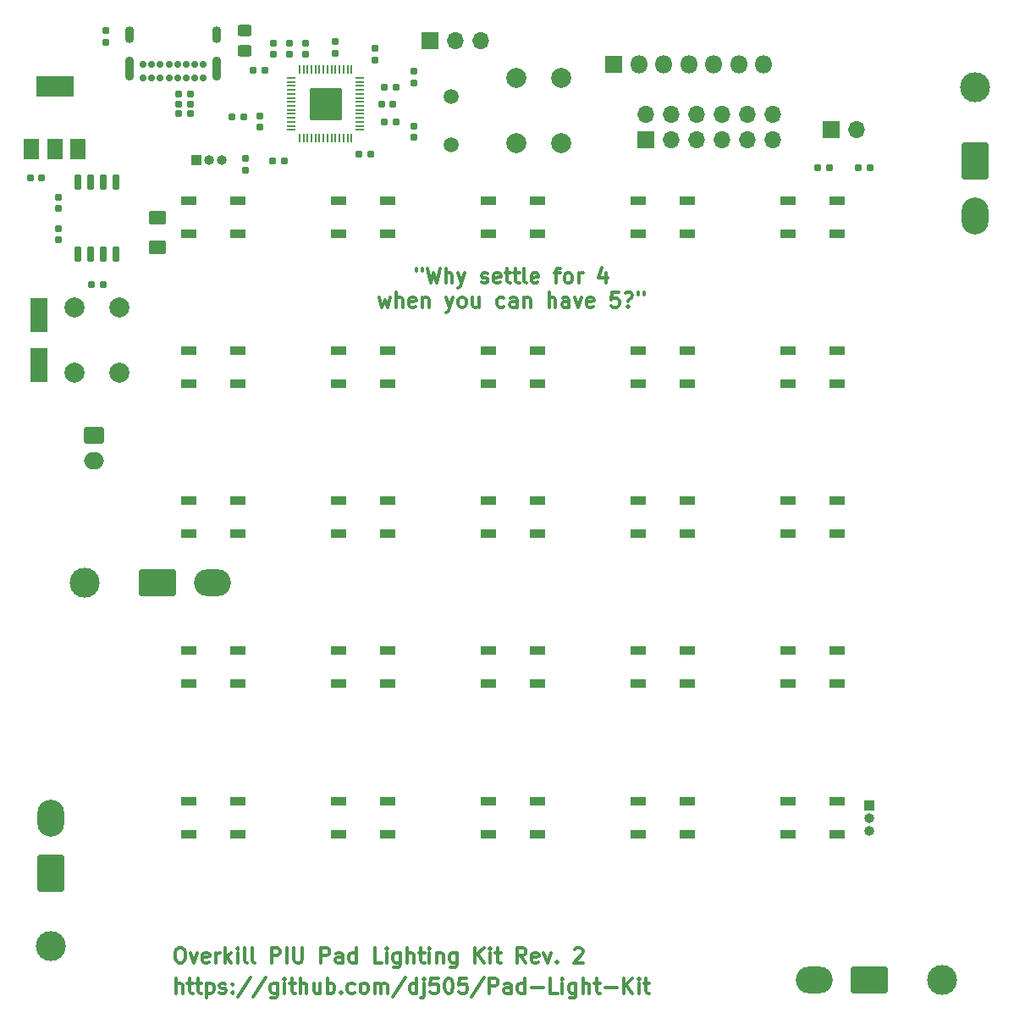
<source format=gts>
%TF.GenerationSoftware,KiCad,Pcbnew,(6.0.8)*%
%TF.CreationDate,2023-02-08T18:52:21-07:00*%
%TF.ProjectId,Panel,50616e65-6c2e-46b6-9963-61645f706362,rev?*%
%TF.SameCoordinates,Original*%
%TF.FileFunction,Soldermask,Top*%
%TF.FilePolarity,Negative*%
%FSLAX46Y46*%
G04 Gerber Fmt 4.6, Leading zero omitted, Abs format (unit mm)*
G04 Created by KiCad (PCBNEW (6.0.8)) date 2023-02-08 18:52:21*
%MOMM*%
%LPD*%
G01*
G04 APERTURE LIST*
G04 Aperture macros list*
%AMRoundRect*
0 Rectangle with rounded corners*
0 $1 Rounding radius*
0 $2 $3 $4 $5 $6 $7 $8 $9 X,Y pos of 4 corners*
0 Add a 4 corners polygon primitive as box body*
4,1,4,$2,$3,$4,$5,$6,$7,$8,$9,$2,$3,0*
0 Add four circle primitives for the rounded corners*
1,1,$1+$1,$2,$3*
1,1,$1+$1,$4,$5*
1,1,$1+$1,$6,$7*
1,1,$1+$1,$8,$9*
0 Add four rect primitives between the rounded corners*
20,1,$1+$1,$2,$3,$4,$5,0*
20,1,$1+$1,$4,$5,$6,$7,0*
20,1,$1+$1,$6,$7,$8,$9,0*
20,1,$1+$1,$8,$9,$2,$3,0*%
G04 Aperture macros list end*
%ADD10C,0.300000*%
%ADD11RoundRect,0.155000X-0.155000X0.212500X-0.155000X-0.212500X0.155000X-0.212500X0.155000X0.212500X0*%
%ADD12RoundRect,0.250001X-0.624999X0.462499X-0.624999X-0.462499X0.624999X-0.462499X0.624999X0.462499X0*%
%ADD13RoundRect,0.250000X0.450000X-0.325000X0.450000X0.325000X-0.450000X0.325000X-0.450000X-0.325000X0*%
%ADD14R,1.800000X3.500000*%
%ADD15R,1.500000X2.000000*%
%ADD16R,3.800000X2.000000*%
%ADD17O,1.700000X1.700000*%
%ADD18R,1.700000X1.700000*%
%ADD19R,1.500000X0.900000*%
%ADD20RoundRect,0.150000X0.150000X-0.650000X0.150000X0.650000X-0.150000X0.650000X-0.150000X-0.650000X0*%
%ADD21RoundRect,0.160000X0.197500X0.160000X-0.197500X0.160000X-0.197500X-0.160000X0.197500X-0.160000X0*%
%ADD22O,0.900000X2.400000*%
%ADD23O,0.900000X1.700000*%
%ADD24C,0.700000*%
%ADD25RoundRect,0.160000X-0.160000X0.197500X-0.160000X-0.197500X0.160000X-0.197500X0.160000X0.197500X0*%
%ADD26C,2.000000*%
%ADD27O,2.700000X3.700000*%
%ADD28RoundRect,0.250001X1.099999X1.599999X-1.099999X1.599999X-1.099999X-1.599999X1.099999X-1.599999X0*%
%ADD29C,3.000000*%
%ADD30RoundRect,0.155000X0.155000X-0.212500X0.155000X0.212500X-0.155000X0.212500X-0.155000X-0.212500X0*%
%ADD31RoundRect,0.155000X0.212500X0.155000X-0.212500X0.155000X-0.212500X-0.155000X0.212500X-0.155000X0*%
%ADD32RoundRect,0.155000X-0.212500X-0.155000X0.212500X-0.155000X0.212500X0.155000X-0.212500X0.155000X0*%
%ADD33RoundRect,0.160000X0.160000X-0.197500X0.160000X0.197500X-0.160000X0.197500X-0.160000X-0.197500X0*%
%ADD34O,1.800000X1.800000*%
%ADD35R,1.800000X1.800000*%
%ADD36RoundRect,0.144000X1.456000X-1.456000X1.456000X1.456000X-1.456000X1.456000X-1.456000X-1.456000X0*%
%ADD37RoundRect,0.050000X0.387500X-0.050000X0.387500X0.050000X-0.387500X0.050000X-0.387500X-0.050000X0*%
%ADD38RoundRect,0.050000X0.050000X-0.387500X0.050000X0.387500X-0.050000X0.387500X-0.050000X-0.387500X0*%
%ADD39C,1.500000*%
%ADD40O,1.000000X1.000000*%
%ADD41R,1.000000X1.000000*%
%ADD42O,3.700000X2.700000*%
%ADD43RoundRect,0.250001X1.599999X-1.099999X1.599999X1.099999X-1.599999X1.099999X-1.599999X-1.099999X0*%
%ADD44RoundRect,0.250001X-1.099999X-1.599999X1.099999X-1.599999X1.099999X1.599999X-1.099999X1.599999X0*%
%ADD45RoundRect,0.250001X-1.599999X1.099999X-1.599999X-1.099999X1.599999X-1.099999X1.599999X1.099999X0*%
%ADD46O,2.000000X1.700000*%
%ADD47RoundRect,0.250000X-0.750000X0.600000X-0.750000X-0.600000X0.750000X-0.600000X0.750000X0.600000X0*%
%ADD48RoundRect,0.160000X-0.197500X-0.160000X0.197500X-0.160000X0.197500X0.160000X-0.197500X0.160000X0*%
G04 APERTURE END LIST*
D10*
X96294149Y-147558012D02*
X96294149Y-146058012D01*
X96937007Y-147558012D02*
X96937007Y-146772298D01*
X96865578Y-146629441D01*
X96722721Y-146558012D01*
X96508435Y-146558012D01*
X96365578Y-146629441D01*
X96294149Y-146700869D01*
X97437007Y-146558012D02*
X98008435Y-146558012D01*
X97651292Y-146058012D02*
X97651292Y-147343726D01*
X97722721Y-147486583D01*
X97865578Y-147558012D01*
X98008435Y-147558012D01*
X98294149Y-146558012D02*
X98865578Y-146558012D01*
X98508435Y-146058012D02*
X98508435Y-147343726D01*
X98579864Y-147486583D01*
X98722721Y-147558012D01*
X98865578Y-147558012D01*
X99365578Y-146558012D02*
X99365578Y-148058012D01*
X99365578Y-146629441D02*
X99508435Y-146558012D01*
X99794149Y-146558012D01*
X99937007Y-146629441D01*
X100008435Y-146700869D01*
X100079864Y-146843726D01*
X100079864Y-147272298D01*
X100008435Y-147415155D01*
X99937007Y-147486583D01*
X99794149Y-147558012D01*
X99508435Y-147558012D01*
X99365578Y-147486583D01*
X100651292Y-147486583D02*
X100794149Y-147558012D01*
X101079864Y-147558012D01*
X101222721Y-147486583D01*
X101294149Y-147343726D01*
X101294149Y-147272298D01*
X101222721Y-147129441D01*
X101079864Y-147058012D01*
X100865578Y-147058012D01*
X100722721Y-146986583D01*
X100651292Y-146843726D01*
X100651292Y-146772298D01*
X100722721Y-146629441D01*
X100865578Y-146558012D01*
X101079864Y-146558012D01*
X101222721Y-146629441D01*
X101937007Y-147415155D02*
X102008435Y-147486583D01*
X101937007Y-147558012D01*
X101865578Y-147486583D01*
X101937007Y-147415155D01*
X101937007Y-147558012D01*
X101937007Y-146629441D02*
X102008435Y-146700869D01*
X101937007Y-146772298D01*
X101865578Y-146700869D01*
X101937007Y-146629441D01*
X101937007Y-146772298D01*
X103722721Y-145986583D02*
X102437007Y-147915155D01*
X105294149Y-145986583D02*
X104008435Y-147915155D01*
X106437007Y-146558012D02*
X106437007Y-147772298D01*
X106365578Y-147915155D01*
X106294149Y-147986583D01*
X106151292Y-148058012D01*
X105937007Y-148058012D01*
X105794149Y-147986583D01*
X106437007Y-147486583D02*
X106294149Y-147558012D01*
X106008435Y-147558012D01*
X105865578Y-147486583D01*
X105794149Y-147415155D01*
X105722721Y-147272298D01*
X105722721Y-146843726D01*
X105794149Y-146700869D01*
X105865578Y-146629441D01*
X106008435Y-146558012D01*
X106294149Y-146558012D01*
X106437007Y-146629441D01*
X107151292Y-147558012D02*
X107151292Y-146558012D01*
X107151292Y-146058012D02*
X107079864Y-146129441D01*
X107151292Y-146200869D01*
X107222721Y-146129441D01*
X107151292Y-146058012D01*
X107151292Y-146200869D01*
X107651292Y-146558012D02*
X108222721Y-146558012D01*
X107865578Y-146058012D02*
X107865578Y-147343726D01*
X107937007Y-147486583D01*
X108079864Y-147558012D01*
X108222721Y-147558012D01*
X108722721Y-147558012D02*
X108722721Y-146058012D01*
X109365578Y-147558012D02*
X109365578Y-146772298D01*
X109294149Y-146629441D01*
X109151292Y-146558012D01*
X108937007Y-146558012D01*
X108794149Y-146629441D01*
X108722721Y-146700869D01*
X110722721Y-146558012D02*
X110722721Y-147558012D01*
X110079864Y-146558012D02*
X110079864Y-147343726D01*
X110151292Y-147486583D01*
X110294149Y-147558012D01*
X110508435Y-147558012D01*
X110651292Y-147486583D01*
X110722721Y-147415155D01*
X111437007Y-147558012D02*
X111437007Y-146058012D01*
X111437007Y-146629441D02*
X111579864Y-146558012D01*
X111865578Y-146558012D01*
X112008435Y-146629441D01*
X112079864Y-146700869D01*
X112151292Y-146843726D01*
X112151292Y-147272298D01*
X112079864Y-147415155D01*
X112008435Y-147486583D01*
X111865578Y-147558012D01*
X111579864Y-147558012D01*
X111437007Y-147486583D01*
X112794149Y-147415155D02*
X112865578Y-147486583D01*
X112794149Y-147558012D01*
X112722721Y-147486583D01*
X112794149Y-147415155D01*
X112794149Y-147558012D01*
X114151292Y-147486583D02*
X114008435Y-147558012D01*
X113722721Y-147558012D01*
X113579864Y-147486583D01*
X113508435Y-147415155D01*
X113437007Y-147272298D01*
X113437007Y-146843726D01*
X113508435Y-146700869D01*
X113579864Y-146629441D01*
X113722721Y-146558012D01*
X114008435Y-146558012D01*
X114151292Y-146629441D01*
X115008435Y-147558012D02*
X114865578Y-147486583D01*
X114794149Y-147415155D01*
X114722721Y-147272298D01*
X114722721Y-146843726D01*
X114794149Y-146700869D01*
X114865578Y-146629441D01*
X115008435Y-146558012D01*
X115222721Y-146558012D01*
X115365578Y-146629441D01*
X115437007Y-146700869D01*
X115508435Y-146843726D01*
X115508435Y-147272298D01*
X115437007Y-147415155D01*
X115365578Y-147486583D01*
X115222721Y-147558012D01*
X115008435Y-147558012D01*
X116151292Y-147558012D02*
X116151292Y-146558012D01*
X116151292Y-146700869D02*
X116222721Y-146629441D01*
X116365578Y-146558012D01*
X116579864Y-146558012D01*
X116722721Y-146629441D01*
X116794149Y-146772298D01*
X116794149Y-147558012D01*
X116794149Y-146772298D02*
X116865578Y-146629441D01*
X117008435Y-146558012D01*
X117222721Y-146558012D01*
X117365578Y-146629441D01*
X117437007Y-146772298D01*
X117437007Y-147558012D01*
X119222721Y-145986583D02*
X117937007Y-147915155D01*
X120365578Y-147558012D02*
X120365578Y-146058012D01*
X120365578Y-147486583D02*
X120222721Y-147558012D01*
X119937007Y-147558012D01*
X119794149Y-147486583D01*
X119722721Y-147415155D01*
X119651292Y-147272298D01*
X119651292Y-146843726D01*
X119722721Y-146700869D01*
X119794149Y-146629441D01*
X119937007Y-146558012D01*
X120222721Y-146558012D01*
X120365578Y-146629441D01*
X121079864Y-146558012D02*
X121079864Y-147843726D01*
X121008435Y-147986583D01*
X120865578Y-148058012D01*
X120794149Y-148058012D01*
X121079864Y-146058012D02*
X121008435Y-146129441D01*
X121079864Y-146200869D01*
X121151292Y-146129441D01*
X121079864Y-146058012D01*
X121079864Y-146200869D01*
X122508435Y-146058012D02*
X121794149Y-146058012D01*
X121722721Y-146772298D01*
X121794149Y-146700869D01*
X121937007Y-146629441D01*
X122294149Y-146629441D01*
X122437007Y-146700869D01*
X122508435Y-146772298D01*
X122579864Y-146915155D01*
X122579864Y-147272298D01*
X122508435Y-147415155D01*
X122437007Y-147486583D01*
X122294149Y-147558012D01*
X121937007Y-147558012D01*
X121794149Y-147486583D01*
X121722721Y-147415155D01*
X123508435Y-146058012D02*
X123651292Y-146058012D01*
X123794149Y-146129441D01*
X123865578Y-146200869D01*
X123937007Y-146343726D01*
X124008435Y-146629441D01*
X124008435Y-146986583D01*
X123937007Y-147272298D01*
X123865578Y-147415155D01*
X123794149Y-147486583D01*
X123651292Y-147558012D01*
X123508435Y-147558012D01*
X123365578Y-147486583D01*
X123294149Y-147415155D01*
X123222721Y-147272298D01*
X123151292Y-146986583D01*
X123151292Y-146629441D01*
X123222721Y-146343726D01*
X123294149Y-146200869D01*
X123365578Y-146129441D01*
X123508435Y-146058012D01*
X125365578Y-146058012D02*
X124651292Y-146058012D01*
X124579864Y-146772298D01*
X124651292Y-146700869D01*
X124794149Y-146629441D01*
X125151292Y-146629441D01*
X125294149Y-146700869D01*
X125365578Y-146772298D01*
X125437007Y-146915155D01*
X125437007Y-147272298D01*
X125365578Y-147415155D01*
X125294149Y-147486583D01*
X125151292Y-147558012D01*
X124794149Y-147558012D01*
X124651292Y-147486583D01*
X124579864Y-147415155D01*
X127151292Y-145986583D02*
X125865578Y-147915155D01*
X127651292Y-147558012D02*
X127651292Y-146058012D01*
X128222721Y-146058012D01*
X128365578Y-146129441D01*
X128437007Y-146200869D01*
X128508435Y-146343726D01*
X128508435Y-146558012D01*
X128437007Y-146700869D01*
X128365578Y-146772298D01*
X128222721Y-146843726D01*
X127651292Y-146843726D01*
X129794149Y-147558012D02*
X129794149Y-146772298D01*
X129722721Y-146629441D01*
X129579864Y-146558012D01*
X129294149Y-146558012D01*
X129151292Y-146629441D01*
X129794149Y-147486583D02*
X129651292Y-147558012D01*
X129294149Y-147558012D01*
X129151292Y-147486583D01*
X129079864Y-147343726D01*
X129079864Y-147200869D01*
X129151292Y-147058012D01*
X129294149Y-146986583D01*
X129651292Y-146986583D01*
X129794149Y-146915155D01*
X131151292Y-147558012D02*
X131151292Y-146058012D01*
X131151292Y-147486583D02*
X131008435Y-147558012D01*
X130722721Y-147558012D01*
X130579864Y-147486583D01*
X130508435Y-147415155D01*
X130437007Y-147272298D01*
X130437007Y-146843726D01*
X130508435Y-146700869D01*
X130579864Y-146629441D01*
X130722721Y-146558012D01*
X131008435Y-146558012D01*
X131151292Y-146629441D01*
X131865578Y-146986583D02*
X133008435Y-146986583D01*
X134437007Y-147558012D02*
X133722721Y-147558012D01*
X133722721Y-146058012D01*
X134937007Y-147558012D02*
X134937007Y-146558012D01*
X134937007Y-146058012D02*
X134865578Y-146129441D01*
X134937007Y-146200869D01*
X135008435Y-146129441D01*
X134937007Y-146058012D01*
X134937007Y-146200869D01*
X136294149Y-146558012D02*
X136294149Y-147772298D01*
X136222721Y-147915155D01*
X136151292Y-147986583D01*
X136008435Y-148058012D01*
X135794149Y-148058012D01*
X135651292Y-147986583D01*
X136294149Y-147486583D02*
X136151292Y-147558012D01*
X135865578Y-147558012D01*
X135722721Y-147486583D01*
X135651292Y-147415155D01*
X135579864Y-147272298D01*
X135579864Y-146843726D01*
X135651292Y-146700869D01*
X135722721Y-146629441D01*
X135865578Y-146558012D01*
X136151292Y-146558012D01*
X136294149Y-146629441D01*
X137008435Y-147558012D02*
X137008435Y-146058012D01*
X137651292Y-147558012D02*
X137651292Y-146772298D01*
X137579864Y-146629441D01*
X137437007Y-146558012D01*
X137222721Y-146558012D01*
X137079864Y-146629441D01*
X137008435Y-146700869D01*
X138151292Y-146558012D02*
X138722721Y-146558012D01*
X138365578Y-146058012D02*
X138365578Y-147343726D01*
X138437007Y-147486583D01*
X138579864Y-147558012D01*
X138722721Y-147558012D01*
X139222721Y-146986583D02*
X140365578Y-146986583D01*
X141079864Y-147558012D02*
X141079864Y-146058012D01*
X141937007Y-147558012D02*
X141294149Y-146700869D01*
X141937007Y-146058012D02*
X141079864Y-146915155D01*
X142579864Y-147558012D02*
X142579864Y-146558012D01*
X142579864Y-146058012D02*
X142508435Y-146129441D01*
X142579864Y-146200869D01*
X142651292Y-146129441D01*
X142579864Y-146058012D01*
X142579864Y-146200869D01*
X143079864Y-146558012D02*
X143651292Y-146558012D01*
X143294149Y-146058012D02*
X143294149Y-147343726D01*
X143365578Y-147486583D01*
X143508435Y-147558012D01*
X143651292Y-147558012D01*
X96579864Y-143010012D02*
X96865578Y-143010012D01*
X97008435Y-143081441D01*
X97151292Y-143224298D01*
X97222721Y-143510012D01*
X97222721Y-144010012D01*
X97151292Y-144295726D01*
X97008435Y-144438583D01*
X96865578Y-144510012D01*
X96579864Y-144510012D01*
X96437007Y-144438583D01*
X96294149Y-144295726D01*
X96222721Y-144010012D01*
X96222721Y-143510012D01*
X96294149Y-143224298D01*
X96437007Y-143081441D01*
X96579864Y-143010012D01*
X97722721Y-143510012D02*
X98079864Y-144510012D01*
X98437007Y-143510012D01*
X99579864Y-144438583D02*
X99437007Y-144510012D01*
X99151292Y-144510012D01*
X99008435Y-144438583D01*
X98937007Y-144295726D01*
X98937007Y-143724298D01*
X99008435Y-143581441D01*
X99151292Y-143510012D01*
X99437007Y-143510012D01*
X99579864Y-143581441D01*
X99651292Y-143724298D01*
X99651292Y-143867155D01*
X98937007Y-144010012D01*
X100294149Y-144510012D02*
X100294149Y-143510012D01*
X100294149Y-143795726D02*
X100365578Y-143652869D01*
X100437007Y-143581441D01*
X100579864Y-143510012D01*
X100722721Y-143510012D01*
X101222721Y-144510012D02*
X101222721Y-143010012D01*
X101365578Y-143938583D02*
X101794149Y-144510012D01*
X101794149Y-143510012D02*
X101222721Y-144081441D01*
X102437007Y-144510012D02*
X102437007Y-143510012D01*
X102437007Y-143010012D02*
X102365578Y-143081441D01*
X102437007Y-143152869D01*
X102508435Y-143081441D01*
X102437007Y-143010012D01*
X102437007Y-143152869D01*
X103365578Y-144510012D02*
X103222721Y-144438583D01*
X103151292Y-144295726D01*
X103151292Y-143010012D01*
X104151292Y-144510012D02*
X104008435Y-144438583D01*
X103937007Y-144295726D01*
X103937007Y-143010012D01*
X105865578Y-144510012D02*
X105865578Y-143010012D01*
X106437007Y-143010012D01*
X106579864Y-143081441D01*
X106651292Y-143152869D01*
X106722721Y-143295726D01*
X106722721Y-143510012D01*
X106651292Y-143652869D01*
X106579864Y-143724298D01*
X106437007Y-143795726D01*
X105865578Y-143795726D01*
X107365578Y-144510012D02*
X107365578Y-143010012D01*
X108079864Y-143010012D02*
X108079864Y-144224298D01*
X108151292Y-144367155D01*
X108222721Y-144438583D01*
X108365578Y-144510012D01*
X108651292Y-144510012D01*
X108794149Y-144438583D01*
X108865578Y-144367155D01*
X108937007Y-144224298D01*
X108937007Y-143010012D01*
X110794149Y-144510012D02*
X110794149Y-143010012D01*
X111365578Y-143010012D01*
X111508435Y-143081441D01*
X111579864Y-143152869D01*
X111651292Y-143295726D01*
X111651292Y-143510012D01*
X111579864Y-143652869D01*
X111508435Y-143724298D01*
X111365578Y-143795726D01*
X110794149Y-143795726D01*
X112937007Y-144510012D02*
X112937007Y-143724298D01*
X112865578Y-143581441D01*
X112722721Y-143510012D01*
X112437007Y-143510012D01*
X112294149Y-143581441D01*
X112937007Y-144438583D02*
X112794149Y-144510012D01*
X112437007Y-144510012D01*
X112294149Y-144438583D01*
X112222721Y-144295726D01*
X112222721Y-144152869D01*
X112294149Y-144010012D01*
X112437007Y-143938583D01*
X112794149Y-143938583D01*
X112937007Y-143867155D01*
X114294149Y-144510012D02*
X114294149Y-143010012D01*
X114294149Y-144438583D02*
X114151292Y-144510012D01*
X113865578Y-144510012D01*
X113722721Y-144438583D01*
X113651292Y-144367155D01*
X113579864Y-144224298D01*
X113579864Y-143795726D01*
X113651292Y-143652869D01*
X113722721Y-143581441D01*
X113865578Y-143510012D01*
X114151292Y-143510012D01*
X114294149Y-143581441D01*
X116865578Y-144510012D02*
X116151292Y-144510012D01*
X116151292Y-143010012D01*
X117365578Y-144510012D02*
X117365578Y-143510012D01*
X117365578Y-143010012D02*
X117294149Y-143081441D01*
X117365578Y-143152869D01*
X117437007Y-143081441D01*
X117365578Y-143010012D01*
X117365578Y-143152869D01*
X118722721Y-143510012D02*
X118722721Y-144724298D01*
X118651292Y-144867155D01*
X118579864Y-144938583D01*
X118437007Y-145010012D01*
X118222721Y-145010012D01*
X118079864Y-144938583D01*
X118722721Y-144438583D02*
X118579864Y-144510012D01*
X118294149Y-144510012D01*
X118151292Y-144438583D01*
X118079864Y-144367155D01*
X118008435Y-144224298D01*
X118008435Y-143795726D01*
X118079864Y-143652869D01*
X118151292Y-143581441D01*
X118294149Y-143510012D01*
X118579864Y-143510012D01*
X118722721Y-143581441D01*
X119437007Y-144510012D02*
X119437007Y-143010012D01*
X120079864Y-144510012D02*
X120079864Y-143724298D01*
X120008435Y-143581441D01*
X119865578Y-143510012D01*
X119651292Y-143510012D01*
X119508435Y-143581441D01*
X119437007Y-143652869D01*
X120579864Y-143510012D02*
X121151292Y-143510012D01*
X120794149Y-143010012D02*
X120794149Y-144295726D01*
X120865578Y-144438583D01*
X121008435Y-144510012D01*
X121151292Y-144510012D01*
X121651292Y-144510012D02*
X121651292Y-143510012D01*
X121651292Y-143010012D02*
X121579864Y-143081441D01*
X121651292Y-143152869D01*
X121722721Y-143081441D01*
X121651292Y-143010012D01*
X121651292Y-143152869D01*
X122365578Y-143510012D02*
X122365578Y-144510012D01*
X122365578Y-143652869D02*
X122437007Y-143581441D01*
X122579864Y-143510012D01*
X122794149Y-143510012D01*
X122937007Y-143581441D01*
X123008435Y-143724298D01*
X123008435Y-144510012D01*
X124365578Y-143510012D02*
X124365578Y-144724298D01*
X124294149Y-144867155D01*
X124222721Y-144938583D01*
X124079864Y-145010012D01*
X123865578Y-145010012D01*
X123722721Y-144938583D01*
X124365578Y-144438583D02*
X124222721Y-144510012D01*
X123937007Y-144510012D01*
X123794149Y-144438583D01*
X123722721Y-144367155D01*
X123651292Y-144224298D01*
X123651292Y-143795726D01*
X123722721Y-143652869D01*
X123794149Y-143581441D01*
X123937007Y-143510012D01*
X124222721Y-143510012D01*
X124365578Y-143581441D01*
X126222721Y-144510012D02*
X126222721Y-143010012D01*
X127079864Y-144510012D02*
X126437007Y-143652869D01*
X127079864Y-143010012D02*
X126222721Y-143867155D01*
X127722721Y-144510012D02*
X127722721Y-143510012D01*
X127722721Y-143010012D02*
X127651292Y-143081441D01*
X127722721Y-143152869D01*
X127794149Y-143081441D01*
X127722721Y-143010012D01*
X127722721Y-143152869D01*
X128222721Y-143510012D02*
X128794149Y-143510012D01*
X128437007Y-143010012D02*
X128437007Y-144295726D01*
X128508435Y-144438583D01*
X128651292Y-144510012D01*
X128794149Y-144510012D01*
X131294149Y-144510012D02*
X130794149Y-143795726D01*
X130437007Y-144510012D02*
X130437007Y-143010012D01*
X131008435Y-143010012D01*
X131151292Y-143081441D01*
X131222721Y-143152869D01*
X131294149Y-143295726D01*
X131294149Y-143510012D01*
X131222721Y-143652869D01*
X131151292Y-143724298D01*
X131008435Y-143795726D01*
X130437007Y-143795726D01*
X132508435Y-144438583D02*
X132365578Y-144510012D01*
X132079864Y-144510012D01*
X131937007Y-144438583D01*
X131865578Y-144295726D01*
X131865578Y-143724298D01*
X131937007Y-143581441D01*
X132079864Y-143510012D01*
X132365578Y-143510012D01*
X132508435Y-143581441D01*
X132579864Y-143724298D01*
X132579864Y-143867155D01*
X131865578Y-144010012D01*
X133079864Y-143510012D02*
X133437007Y-144510012D01*
X133794149Y-143510012D01*
X134365578Y-144367155D02*
X134437007Y-144438583D01*
X134365578Y-144510012D01*
X134294149Y-144438583D01*
X134365578Y-144367155D01*
X134365578Y-144510012D01*
X136151292Y-143152869D02*
X136222721Y-143081441D01*
X136365578Y-143010012D01*
X136722721Y-143010012D01*
X136865578Y-143081441D01*
X136937007Y-143152869D01*
X137008435Y-143295726D01*
X137008435Y-143438583D01*
X136937007Y-143652869D01*
X136079864Y-144510012D01*
X137008435Y-144510012D01*
X120343571Y-75085471D02*
X120343571Y-75371185D01*
X120915000Y-75085471D02*
X120915000Y-75371185D01*
X121415000Y-75085471D02*
X121772143Y-76585471D01*
X122057857Y-75514042D01*
X122343571Y-76585471D01*
X122700714Y-75085471D01*
X123272143Y-76585471D02*
X123272143Y-75085471D01*
X123915000Y-76585471D02*
X123915000Y-75799757D01*
X123843571Y-75656900D01*
X123700714Y-75585471D01*
X123486428Y-75585471D01*
X123343571Y-75656900D01*
X123272143Y-75728328D01*
X124486428Y-75585471D02*
X124843571Y-76585471D01*
X125200714Y-75585471D02*
X124843571Y-76585471D01*
X124700714Y-76942614D01*
X124629286Y-77014042D01*
X124486428Y-77085471D01*
X126843571Y-76514042D02*
X126986428Y-76585471D01*
X127272143Y-76585471D01*
X127415000Y-76514042D01*
X127486428Y-76371185D01*
X127486428Y-76299757D01*
X127415000Y-76156900D01*
X127272143Y-76085471D01*
X127057857Y-76085471D01*
X126915000Y-76014042D01*
X126843571Y-75871185D01*
X126843571Y-75799757D01*
X126915000Y-75656900D01*
X127057857Y-75585471D01*
X127272143Y-75585471D01*
X127415000Y-75656900D01*
X128700714Y-76514042D02*
X128557857Y-76585471D01*
X128272143Y-76585471D01*
X128129286Y-76514042D01*
X128057857Y-76371185D01*
X128057857Y-75799757D01*
X128129286Y-75656900D01*
X128272143Y-75585471D01*
X128557857Y-75585471D01*
X128700714Y-75656900D01*
X128772143Y-75799757D01*
X128772143Y-75942614D01*
X128057857Y-76085471D01*
X129200714Y-75585471D02*
X129772143Y-75585471D01*
X129415000Y-75085471D02*
X129415000Y-76371185D01*
X129486428Y-76514042D01*
X129629286Y-76585471D01*
X129772143Y-76585471D01*
X130057857Y-75585471D02*
X130629286Y-75585471D01*
X130272143Y-75085471D02*
X130272143Y-76371185D01*
X130343571Y-76514042D01*
X130486428Y-76585471D01*
X130629286Y-76585471D01*
X131343571Y-76585471D02*
X131200714Y-76514042D01*
X131129286Y-76371185D01*
X131129286Y-75085471D01*
X132486428Y-76514042D02*
X132343571Y-76585471D01*
X132057857Y-76585471D01*
X131915000Y-76514042D01*
X131843571Y-76371185D01*
X131843571Y-75799757D01*
X131915000Y-75656900D01*
X132057857Y-75585471D01*
X132343571Y-75585471D01*
X132486428Y-75656900D01*
X132557857Y-75799757D01*
X132557857Y-75942614D01*
X131843571Y-76085471D01*
X134129286Y-75585471D02*
X134700714Y-75585471D01*
X134343571Y-76585471D02*
X134343571Y-75299757D01*
X134415000Y-75156900D01*
X134557857Y-75085471D01*
X134700714Y-75085471D01*
X135415000Y-76585471D02*
X135272143Y-76514042D01*
X135200714Y-76442614D01*
X135129286Y-76299757D01*
X135129286Y-75871185D01*
X135200714Y-75728328D01*
X135272143Y-75656900D01*
X135415000Y-75585471D01*
X135629286Y-75585471D01*
X135772143Y-75656900D01*
X135843571Y-75728328D01*
X135915000Y-75871185D01*
X135915000Y-76299757D01*
X135843571Y-76442614D01*
X135772143Y-76514042D01*
X135629286Y-76585471D01*
X135415000Y-76585471D01*
X136557857Y-76585471D02*
X136557857Y-75585471D01*
X136557857Y-75871185D02*
X136629286Y-75728328D01*
X136700714Y-75656900D01*
X136843571Y-75585471D01*
X136986428Y-75585471D01*
X139272143Y-75585471D02*
X139272143Y-76585471D01*
X138915000Y-75014042D02*
X138557857Y-76085471D01*
X139486428Y-76085471D01*
X116593571Y-78000471D02*
X116879286Y-79000471D01*
X117165000Y-78286185D01*
X117450714Y-79000471D01*
X117736428Y-78000471D01*
X118307857Y-79000471D02*
X118307857Y-77500471D01*
X118950714Y-79000471D02*
X118950714Y-78214757D01*
X118879286Y-78071900D01*
X118736428Y-78000471D01*
X118522143Y-78000471D01*
X118379286Y-78071900D01*
X118307857Y-78143328D01*
X120236428Y-78929042D02*
X120093571Y-79000471D01*
X119807857Y-79000471D01*
X119665000Y-78929042D01*
X119593571Y-78786185D01*
X119593571Y-78214757D01*
X119665000Y-78071900D01*
X119807857Y-78000471D01*
X120093571Y-78000471D01*
X120236428Y-78071900D01*
X120307857Y-78214757D01*
X120307857Y-78357614D01*
X119593571Y-78500471D01*
X120950714Y-78000471D02*
X120950714Y-79000471D01*
X120950714Y-78143328D02*
X121022143Y-78071900D01*
X121165000Y-78000471D01*
X121379286Y-78000471D01*
X121522143Y-78071900D01*
X121593571Y-78214757D01*
X121593571Y-79000471D01*
X123307857Y-78000471D02*
X123665000Y-79000471D01*
X124022143Y-78000471D02*
X123665000Y-79000471D01*
X123522143Y-79357614D01*
X123450714Y-79429042D01*
X123307857Y-79500471D01*
X124807857Y-79000471D02*
X124665000Y-78929042D01*
X124593571Y-78857614D01*
X124522143Y-78714757D01*
X124522143Y-78286185D01*
X124593571Y-78143328D01*
X124665000Y-78071900D01*
X124807857Y-78000471D01*
X125022143Y-78000471D01*
X125165000Y-78071900D01*
X125236428Y-78143328D01*
X125307857Y-78286185D01*
X125307857Y-78714757D01*
X125236428Y-78857614D01*
X125165000Y-78929042D01*
X125022143Y-79000471D01*
X124807857Y-79000471D01*
X126593571Y-78000471D02*
X126593571Y-79000471D01*
X125950714Y-78000471D02*
X125950714Y-78786185D01*
X126022143Y-78929042D01*
X126165000Y-79000471D01*
X126379286Y-79000471D01*
X126522143Y-78929042D01*
X126593571Y-78857614D01*
X129093571Y-78929042D02*
X128950714Y-79000471D01*
X128665000Y-79000471D01*
X128522143Y-78929042D01*
X128450714Y-78857614D01*
X128379286Y-78714757D01*
X128379286Y-78286185D01*
X128450714Y-78143328D01*
X128522143Y-78071900D01*
X128665000Y-78000471D01*
X128950714Y-78000471D01*
X129093571Y-78071900D01*
X130379286Y-79000471D02*
X130379286Y-78214757D01*
X130307857Y-78071900D01*
X130165000Y-78000471D01*
X129879286Y-78000471D01*
X129736428Y-78071900D01*
X130379286Y-78929042D02*
X130236428Y-79000471D01*
X129879286Y-79000471D01*
X129736428Y-78929042D01*
X129665000Y-78786185D01*
X129665000Y-78643328D01*
X129736428Y-78500471D01*
X129879286Y-78429042D01*
X130236428Y-78429042D01*
X130379286Y-78357614D01*
X131093571Y-78000471D02*
X131093571Y-79000471D01*
X131093571Y-78143328D02*
X131165000Y-78071900D01*
X131307857Y-78000471D01*
X131522143Y-78000471D01*
X131665000Y-78071900D01*
X131736428Y-78214757D01*
X131736428Y-79000471D01*
X133593571Y-79000471D02*
X133593571Y-77500471D01*
X134236428Y-79000471D02*
X134236428Y-78214757D01*
X134165000Y-78071900D01*
X134022143Y-78000471D01*
X133807857Y-78000471D01*
X133665000Y-78071900D01*
X133593571Y-78143328D01*
X135593571Y-79000471D02*
X135593571Y-78214757D01*
X135522143Y-78071900D01*
X135379286Y-78000471D01*
X135093571Y-78000471D01*
X134950714Y-78071900D01*
X135593571Y-78929042D02*
X135450714Y-79000471D01*
X135093571Y-79000471D01*
X134950714Y-78929042D01*
X134879286Y-78786185D01*
X134879286Y-78643328D01*
X134950714Y-78500471D01*
X135093571Y-78429042D01*
X135450714Y-78429042D01*
X135593571Y-78357614D01*
X136165000Y-78000471D02*
X136522143Y-79000471D01*
X136879286Y-78000471D01*
X138022143Y-78929042D02*
X137879286Y-79000471D01*
X137593571Y-79000471D01*
X137450714Y-78929042D01*
X137379286Y-78786185D01*
X137379286Y-78214757D01*
X137450714Y-78071900D01*
X137593571Y-78000471D01*
X137879286Y-78000471D01*
X138022143Y-78071900D01*
X138093571Y-78214757D01*
X138093571Y-78357614D01*
X137379286Y-78500471D01*
X140593571Y-77500471D02*
X139879286Y-77500471D01*
X139807857Y-78214757D01*
X139879286Y-78143328D01*
X140022143Y-78071900D01*
X140379286Y-78071900D01*
X140522143Y-78143328D01*
X140593571Y-78214757D01*
X140665000Y-78357614D01*
X140665000Y-78714757D01*
X140593571Y-78857614D01*
X140522143Y-78929042D01*
X140379286Y-79000471D01*
X140022143Y-79000471D01*
X139879286Y-78929042D01*
X139807857Y-78857614D01*
X141522143Y-78857614D02*
X141593571Y-78929042D01*
X141522143Y-79000471D01*
X141450714Y-78929042D01*
X141522143Y-78857614D01*
X141522143Y-79000471D01*
X141236428Y-77571900D02*
X141379286Y-77500471D01*
X141736428Y-77500471D01*
X141879286Y-77571900D01*
X141950714Y-77714757D01*
X141950714Y-77857614D01*
X141879286Y-78000471D01*
X141807857Y-78071900D01*
X141665000Y-78143328D01*
X141593571Y-78214757D01*
X141522143Y-78357614D01*
X141522143Y-78429042D01*
X142522143Y-77500471D02*
X142522143Y-77786185D01*
X143093571Y-77500471D02*
X143093571Y-77786185D01*
D11*
%TO.C,C1*%
X104648000Y-59884500D03*
X104648000Y-61019500D03*
%TD*%
D12*
%TO.C,F1*%
X94400000Y-70012500D03*
X94400000Y-72987500D03*
%TD*%
D13*
%TO.C,D28*%
X103124000Y-53349000D03*
X103124000Y-51299000D03*
%TD*%
D14*
%TO.C,D27*%
X82550000Y-79796000D03*
X82550000Y-84796000D03*
%TD*%
D15*
%TO.C,U3*%
X86450200Y-63195600D03*
D16*
X84150200Y-56895600D03*
D15*
X84150200Y-63195600D03*
X81850200Y-63195600D03*
%TD*%
D17*
%TO.C,J10*%
X164333000Y-61271000D03*
D18*
X161793000Y-61271000D03*
%TD*%
D19*
%TO.C,D5*%
X102450000Y-128350000D03*
X102450000Y-131650000D03*
X97550000Y-131650000D03*
X97550000Y-128350000D03*
%TD*%
D20*
%TO.C,U1*%
X86487000Y-66504000D03*
X87757000Y-66504000D03*
X89027000Y-66504000D03*
X90297000Y-66504000D03*
X90297000Y-73704000D03*
X89027000Y-73704000D03*
X87757000Y-73704000D03*
X86487000Y-73704000D03*
%TD*%
D19*
%TO.C,D18*%
X147450000Y-83350000D03*
X147450000Y-86650000D03*
X142550000Y-86650000D03*
X142550000Y-83350000D03*
%TD*%
%TO.C,D1*%
X102450000Y-68350000D03*
X102450000Y-71650000D03*
X97550000Y-71650000D03*
X97550000Y-68350000D03*
%TD*%
D21*
%TO.C,R9*%
X164502500Y-65015626D03*
X165697500Y-65015626D03*
%TD*%
D22*
%TO.C,J2*%
X100325000Y-55115000D03*
X91675000Y-55115000D03*
D23*
X100325000Y-51735000D03*
X91675000Y-51735000D03*
D24*
X98975000Y-54745000D03*
X98125000Y-54745000D03*
X97275000Y-54745000D03*
X96425000Y-54745000D03*
X95575000Y-54745000D03*
X94725000Y-54745000D03*
X93875000Y-54745000D03*
X93025000Y-54745000D03*
X93025000Y-56095000D03*
X93875000Y-56095000D03*
X94725000Y-56095000D03*
X95575000Y-56095000D03*
X96425000Y-56095000D03*
X97275000Y-56095000D03*
X98125000Y-56095000D03*
X98975000Y-56095000D03*
%TD*%
D19*
%TO.C,D12*%
X132450000Y-68350000D03*
X132450000Y-71650000D03*
X127550000Y-71650000D03*
X127550000Y-68350000D03*
%TD*%
%TO.C,D19*%
X147450000Y-98350000D03*
X147450000Y-101650000D03*
X142550000Y-101650000D03*
X142550000Y-98350000D03*
%TD*%
%TO.C,D4*%
X102450000Y-113350000D03*
X102450000Y-116650000D03*
X97550000Y-116650000D03*
X97550000Y-113350000D03*
%TD*%
D25*
%TO.C,R2*%
X116230400Y-54318500D03*
X116230400Y-53123500D03*
%TD*%
D26*
%TO.C,SW2*%
X134838000Y-62559000D03*
X134838000Y-56059000D03*
X130338000Y-62559000D03*
X130338000Y-56059000D03*
%TD*%
D19*
%TO.C,D21*%
X147450000Y-128350000D03*
X147450000Y-131650000D03*
X142550000Y-131650000D03*
X142550000Y-128350000D03*
%TD*%
%TO.C,D9*%
X117450000Y-113350000D03*
X117450000Y-116650000D03*
X112550000Y-116650000D03*
X112550000Y-113350000D03*
%TD*%
D11*
%TO.C,C10*%
X120091200Y-62035500D03*
X120091200Y-60900500D03*
%TD*%
D17*
%TO.C,J4*%
X155956000Y-59695000D03*
X155956000Y-62235000D03*
X153416000Y-59695000D03*
X153416000Y-62235000D03*
X150876000Y-59695000D03*
X150876000Y-62235000D03*
X148336000Y-59695000D03*
X148336000Y-62235000D03*
X145796000Y-59695000D03*
X145796000Y-62235000D03*
X143256000Y-59695000D03*
D18*
X143256000Y-62235000D03*
%TD*%
D19*
%TO.C,D23*%
X162450000Y-83350000D03*
X162450000Y-86650000D03*
X157550000Y-86650000D03*
X157550000Y-83350000D03*
%TD*%
D27*
%TO.C,J8*%
X83769200Y-130049600D03*
D28*
X83769200Y-135549600D03*
D29*
X83769200Y-142849600D03*
%TD*%
D19*
%TO.C,D3*%
X102450000Y-98350000D03*
X102450000Y-101650000D03*
X97550000Y-101650000D03*
X97550000Y-98350000D03*
%TD*%
%TO.C,D13*%
X132450000Y-83350000D03*
X132450000Y-86650000D03*
X127550000Y-86650000D03*
X127550000Y-83350000D03*
%TD*%
D21*
%TO.C,R10*%
X160438500Y-65015626D03*
X161633500Y-65015626D03*
%TD*%
D11*
%TO.C,C11*%
X120091200Y-56549100D03*
X120091200Y-55414100D03*
%TD*%
D19*
%TO.C,D16*%
X132450000Y-128350000D03*
X132450000Y-131650000D03*
X127550000Y-131650000D03*
X127550000Y-128350000D03*
%TD*%
D30*
%TO.C,C7*%
X109270800Y-52569300D03*
X109270800Y-53704300D03*
%TD*%
D31*
%TO.C,C5*%
X105985500Y-64389000D03*
X107120500Y-64389000D03*
%TD*%
D19*
%TO.C,D20*%
X147450000Y-113350000D03*
X147450000Y-116650000D03*
X142550000Y-116650000D03*
X142550000Y-113350000D03*
%TD*%
D25*
%TO.C,R7*%
X89276871Y-52557500D03*
X89276871Y-51362500D03*
%TD*%
D19*
%TO.C,D15*%
X132450000Y-113350000D03*
X132450000Y-116650000D03*
X127550000Y-116650000D03*
X127550000Y-113350000D03*
%TD*%
%TO.C,D26*%
X162450000Y-128350000D03*
X162450000Y-131650000D03*
X157550000Y-131650000D03*
X157550000Y-128350000D03*
%TD*%
D32*
%TO.C,C12*%
X115756500Y-63677800D03*
X114621500Y-63677800D03*
%TD*%
D19*
%TO.C,D17*%
X147450000Y-68350000D03*
X147450000Y-71650000D03*
X142550000Y-71650000D03*
X142550000Y-68350000D03*
%TD*%
D21*
%TO.C,R8*%
X117106100Y-60502800D03*
X118301100Y-60502800D03*
%TD*%
D33*
%TO.C,R3*%
X103275000Y-64127500D03*
X103275000Y-65322500D03*
%TD*%
D34*
%TO.C,J5*%
X155074000Y-54712000D03*
X152574000Y-54712000D03*
X150074000Y-54712000D03*
X147574000Y-54712000D03*
X145074000Y-54712000D03*
X142574000Y-54712000D03*
D35*
X140074000Y-54712000D03*
%TD*%
D31*
%TO.C,C3*%
X104015657Y-55321200D03*
X105150657Y-55321200D03*
%TD*%
D32*
%TO.C,C2*%
X118271100Y-56997600D03*
X117136100Y-56997600D03*
%TD*%
D19*
%TO.C,D8*%
X117450000Y-98350000D03*
X117450000Y-101650000D03*
X112550000Y-101650000D03*
X112550000Y-98350000D03*
%TD*%
%TO.C,D14*%
X132450000Y-98350000D03*
X132450000Y-101650000D03*
X127550000Y-101650000D03*
X127550000Y-98350000D03*
%TD*%
D26*
%TO.C,SW1*%
X90642000Y-79046000D03*
X90642000Y-85546000D03*
X86142000Y-85546000D03*
X86142000Y-79046000D03*
%TD*%
D19*
%TO.C,D7*%
X117450000Y-83350000D03*
X117450000Y-86650000D03*
X112550000Y-86650000D03*
X112550000Y-83350000D03*
%TD*%
D11*
%TO.C,C13*%
X84526188Y-69147500D03*
X84526188Y-68012500D03*
%TD*%
D30*
%TO.C,C6*%
X106019600Y-52569300D03*
X106019600Y-53704300D03*
%TD*%
D36*
%TO.C,U2*%
X111239972Y-58665500D03*
D37*
X107802472Y-61265500D03*
X107802472Y-60865500D03*
X107802472Y-60465500D03*
X107802472Y-60065500D03*
X107802472Y-59665500D03*
X107802472Y-59265500D03*
X107802472Y-58865500D03*
X107802472Y-58465500D03*
X107802472Y-58065500D03*
X107802472Y-57665500D03*
X107802472Y-57265500D03*
X107802472Y-56865500D03*
X107802472Y-56465500D03*
X107802472Y-56065500D03*
D38*
X108639972Y-55228000D03*
X109039972Y-55228000D03*
X109439972Y-55228000D03*
X109839972Y-55228000D03*
X110239972Y-55228000D03*
X110639972Y-55228000D03*
X111039972Y-55228000D03*
X111439972Y-55228000D03*
X111839972Y-55228000D03*
X112239972Y-55228000D03*
X112639972Y-55228000D03*
X113039972Y-55228000D03*
X113439972Y-55228000D03*
X113839972Y-55228000D03*
D37*
X114677472Y-56065500D03*
X114677472Y-56465500D03*
X114677472Y-56865500D03*
X114677472Y-57265500D03*
X114677472Y-57665500D03*
X114677472Y-58065500D03*
X114677472Y-58465500D03*
X114677472Y-58865500D03*
X114677472Y-59265500D03*
X114677472Y-59665500D03*
X114677472Y-60065500D03*
X114677472Y-60465500D03*
X114677472Y-60865500D03*
X114677472Y-61265500D03*
D38*
X113839972Y-62103000D03*
X113439972Y-62103000D03*
X113039972Y-62103000D03*
X112639972Y-62103000D03*
X112239972Y-62103000D03*
X111839972Y-62103000D03*
X111439972Y-62103000D03*
X111039972Y-62103000D03*
X110639972Y-62103000D03*
X110239972Y-62103000D03*
X109839972Y-62103000D03*
X109439972Y-62103000D03*
X109039972Y-62103000D03*
X108639972Y-62103000D03*
%TD*%
D21*
%TO.C,R1*%
X87794500Y-76708000D03*
X88989500Y-76708000D03*
%TD*%
D30*
%TO.C,C8*%
X112217200Y-52467700D03*
X112217200Y-53602700D03*
%TD*%
D39*
%TO.C,Y1*%
X123799600Y-62780400D03*
X123799600Y-57900400D03*
%TD*%
D19*
%TO.C,D6*%
X117450000Y-68350000D03*
X117450000Y-71650000D03*
X112550000Y-71650000D03*
X112550000Y-68350000D03*
%TD*%
D30*
%TO.C,C15*%
X107645200Y-52569300D03*
X107645200Y-53704300D03*
%TD*%
D21*
%TO.C,R5*%
X96506700Y-57683400D03*
X97701700Y-57683400D03*
%TD*%
D19*
%TO.C,D22*%
X162450000Y-68350000D03*
X162450000Y-71650000D03*
X157550000Y-71650000D03*
X157550000Y-68350000D03*
%TD*%
D40*
%TO.C,J12*%
X100833000Y-64287400D03*
X99563000Y-64287400D03*
D41*
X98293000Y-64287400D03*
%TD*%
D19*
%TO.C,D2*%
X102450000Y-83350000D03*
X102450000Y-86650000D03*
X97550000Y-86650000D03*
X97550000Y-83350000D03*
%TD*%
D11*
%TO.C,C4*%
X84531200Y-72279200D03*
X84531200Y-71144200D03*
%TD*%
D31*
%TO.C,C9*%
X101921500Y-59944000D03*
X103056500Y-59944000D03*
%TD*%
%TO.C,C16*%
X81705588Y-66022100D03*
X82840588Y-66022100D03*
%TD*%
D32*
%TO.C,C14*%
X117966300Y-58674000D03*
X116831300Y-58674000D03*
%TD*%
D18*
%TO.C,J1*%
X121673736Y-52324000D03*
D17*
X124213736Y-52324000D03*
X126753736Y-52324000D03*
%TD*%
D42*
%TO.C,J9*%
X99961000Y-106553000D03*
D43*
X94461000Y-106553000D03*
D29*
X87161000Y-106553000D03*
%TD*%
D40*
%TO.C,J11*%
X165608000Y-131313000D03*
X165608000Y-130043000D03*
D41*
X165608000Y-128773000D03*
%TD*%
D27*
%TO.C,J6*%
X176225200Y-69836600D03*
D44*
X176225200Y-64336600D03*
D29*
X176225200Y-57036600D03*
%TD*%
D19*
%TO.C,D24*%
X162450000Y-98350000D03*
X162450000Y-101650000D03*
X157550000Y-101650000D03*
X157550000Y-98350000D03*
%TD*%
D42*
%TO.C,J7*%
X160135000Y-146253200D03*
D45*
X165635000Y-146253200D03*
D29*
X172935000Y-146253200D03*
%TD*%
D19*
%TO.C,D10*%
X117450000Y-128350000D03*
X117450000Y-131650000D03*
X112550000Y-131650000D03*
X112550000Y-128350000D03*
%TD*%
D46*
%TO.C,J3*%
X88108400Y-94315600D03*
D47*
X88108400Y-91815600D03*
%TD*%
D19*
%TO.C,D25*%
X162450000Y-113350000D03*
X162450000Y-116650000D03*
X157550000Y-116650000D03*
X157550000Y-113350000D03*
%TD*%
D48*
%TO.C,R6*%
X97701700Y-59664600D03*
X96506700Y-59664600D03*
%TD*%
D21*
%TO.C,R4*%
X96506700Y-58674000D03*
X97701700Y-58674000D03*
%TD*%
M02*

</source>
